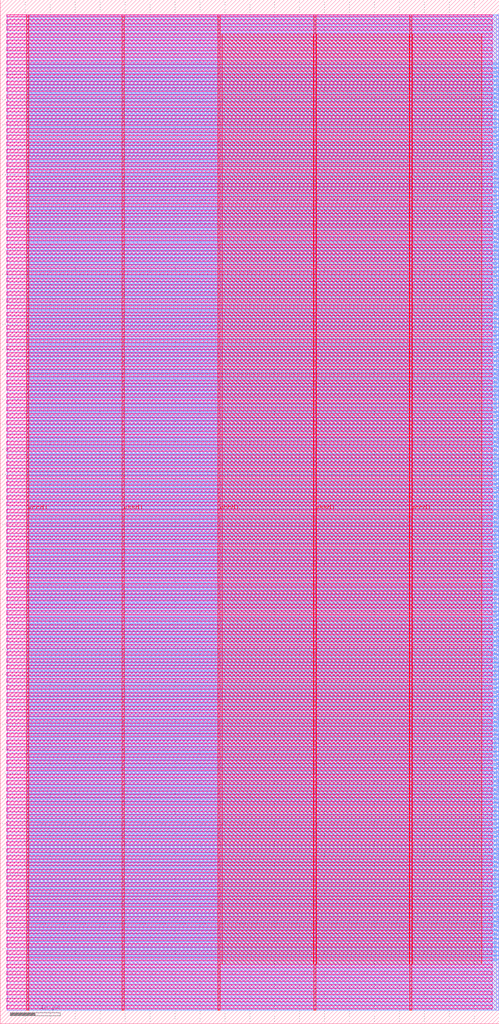
<source format=lef>
VERSION 5.7 ;
  NOWIREEXTENSIONATPIN ON ;
  DIVIDERCHAR "/" ;
  BUSBITCHARS "[]" ;
MACRO core0
  CLASS BLOCK ;
  FOREIGN core0 ;
  ORIGIN 0.000 0.000 ;
  SIZE 400.000 BY 820.000 ;
  PIN dbg_pc[0]
    DIRECTION OUTPUT TRISTATE ;
    USE SIGNAL ;
    PORT
      LAYER met3 ;
        RECT 396.000 112.240 400.000 112.840 ;
    END
  END dbg_pc[0]
  PIN dbg_pc[10]
    DIRECTION OUTPUT TRISTATE ;
    USE SIGNAL ;
    PORT
      LAYER met3 ;
        RECT 396.000 513.440 400.000 514.040 ;
    END
  END dbg_pc[10]
  PIN dbg_pc[11]
    DIRECTION OUTPUT TRISTATE ;
    USE SIGNAL ;
    PORT
      LAYER met3 ;
        RECT 396.000 547.440 400.000 548.040 ;
    END
  END dbg_pc[11]
  PIN dbg_pc[12]
    DIRECTION OUTPUT TRISTATE ;
    USE SIGNAL ;
    PORT
      LAYER met3 ;
        RECT 396.000 581.440 400.000 582.040 ;
    END
  END dbg_pc[12]
  PIN dbg_pc[13]
    DIRECTION OUTPUT TRISTATE ;
    USE SIGNAL ;
    PORT
      LAYER met3 ;
        RECT 396.000 615.440 400.000 616.040 ;
    END
  END dbg_pc[13]
  PIN dbg_pc[14]
    DIRECTION OUTPUT TRISTATE ;
    USE SIGNAL ;
    PORT
      LAYER met3 ;
        RECT 396.000 649.440 400.000 650.040 ;
    END
  END dbg_pc[14]
  PIN dbg_pc[15]
    DIRECTION OUTPUT TRISTATE ;
    USE SIGNAL ;
    PORT
      LAYER met3 ;
        RECT 396.000 683.440 400.000 684.040 ;
    END
  END dbg_pc[15]
  PIN dbg_pc[1]
    DIRECTION OUTPUT TRISTATE ;
    USE SIGNAL ;
    PORT
      LAYER met3 ;
        RECT 396.000 156.440 400.000 157.040 ;
    END
  END dbg_pc[1]
  PIN dbg_pc[2]
    DIRECTION OUTPUT TRISTATE ;
    USE SIGNAL ;
    PORT
      LAYER met3 ;
        RECT 396.000 200.640 400.000 201.240 ;
    END
  END dbg_pc[2]
  PIN dbg_pc[3]
    DIRECTION OUTPUT TRISTATE ;
    USE SIGNAL ;
    PORT
      LAYER met3 ;
        RECT 396.000 241.440 400.000 242.040 ;
    END
  END dbg_pc[3]
  PIN dbg_pc[4]
    DIRECTION OUTPUT TRISTATE ;
    USE SIGNAL ;
    PORT
      LAYER met3 ;
        RECT 396.000 282.240 400.000 282.840 ;
    END
  END dbg_pc[4]
  PIN dbg_pc[5]
    DIRECTION OUTPUT TRISTATE ;
    USE SIGNAL ;
    PORT
      LAYER met3 ;
        RECT 396.000 323.040 400.000 323.640 ;
    END
  END dbg_pc[5]
  PIN dbg_pc[6]
    DIRECTION OUTPUT TRISTATE ;
    USE SIGNAL ;
    PORT
      LAYER met3 ;
        RECT 396.000 363.840 400.000 364.440 ;
    END
  END dbg_pc[6]
  PIN dbg_pc[7]
    DIRECTION OUTPUT TRISTATE ;
    USE SIGNAL ;
    PORT
      LAYER met3 ;
        RECT 396.000 404.640 400.000 405.240 ;
    END
  END dbg_pc[7]
  PIN dbg_pc[8]
    DIRECTION OUTPUT TRISTATE ;
    USE SIGNAL ;
    PORT
      LAYER met3 ;
        RECT 396.000 445.440 400.000 446.040 ;
    END
  END dbg_pc[8]
  PIN dbg_pc[9]
    DIRECTION OUTPUT TRISTATE ;
    USE SIGNAL ;
    PORT
      LAYER met3 ;
        RECT 396.000 479.440 400.000 480.040 ;
    END
  END dbg_pc[9]
  PIN dbg_r0[0]
    DIRECTION OUTPUT TRISTATE ;
    USE SIGNAL ;
    PORT
      LAYER met3 ;
        RECT 396.000 115.640 400.000 116.240 ;
    END
  END dbg_r0[0]
  PIN dbg_r0[10]
    DIRECTION OUTPUT TRISTATE ;
    USE SIGNAL ;
    PORT
      LAYER met3 ;
        RECT 396.000 516.840 400.000 517.440 ;
    END
  END dbg_r0[10]
  PIN dbg_r0[11]
    DIRECTION OUTPUT TRISTATE ;
    USE SIGNAL ;
    PORT
      LAYER met3 ;
        RECT 396.000 550.840 400.000 551.440 ;
    END
  END dbg_r0[11]
  PIN dbg_r0[12]
    DIRECTION OUTPUT TRISTATE ;
    USE SIGNAL ;
    PORT
      LAYER met3 ;
        RECT 396.000 584.840 400.000 585.440 ;
    END
  END dbg_r0[12]
  PIN dbg_r0[13]
    DIRECTION OUTPUT TRISTATE ;
    USE SIGNAL ;
    PORT
      LAYER met3 ;
        RECT 396.000 618.840 400.000 619.440 ;
    END
  END dbg_r0[13]
  PIN dbg_r0[14]
    DIRECTION OUTPUT TRISTATE ;
    USE SIGNAL ;
    PORT
      LAYER met3 ;
        RECT 396.000 652.840 400.000 653.440 ;
    END
  END dbg_r0[14]
  PIN dbg_r0[15]
    DIRECTION OUTPUT TRISTATE ;
    USE SIGNAL ;
    PORT
      LAYER met3 ;
        RECT 396.000 686.840 400.000 687.440 ;
    END
  END dbg_r0[15]
  PIN dbg_r0[1]
    DIRECTION OUTPUT TRISTATE ;
    USE SIGNAL ;
    PORT
      LAYER met3 ;
        RECT 396.000 159.840 400.000 160.440 ;
    END
  END dbg_r0[1]
  PIN dbg_r0[2]
    DIRECTION OUTPUT TRISTATE ;
    USE SIGNAL ;
    PORT
      LAYER met3 ;
        RECT 396.000 204.040 400.000 204.640 ;
    END
  END dbg_r0[2]
  PIN dbg_r0[3]
    DIRECTION OUTPUT TRISTATE ;
    USE SIGNAL ;
    PORT
      LAYER met3 ;
        RECT 396.000 244.840 400.000 245.440 ;
    END
  END dbg_r0[3]
  PIN dbg_r0[4]
    DIRECTION OUTPUT TRISTATE ;
    USE SIGNAL ;
    PORT
      LAYER met3 ;
        RECT 396.000 285.640 400.000 286.240 ;
    END
  END dbg_r0[4]
  PIN dbg_r0[5]
    DIRECTION OUTPUT TRISTATE ;
    USE SIGNAL ;
    PORT
      LAYER met3 ;
        RECT 396.000 326.440 400.000 327.040 ;
    END
  END dbg_r0[5]
  PIN dbg_r0[6]
    DIRECTION OUTPUT TRISTATE ;
    USE SIGNAL ;
    PORT
      LAYER met3 ;
        RECT 396.000 367.240 400.000 367.840 ;
    END
  END dbg_r0[6]
  PIN dbg_r0[7]
    DIRECTION OUTPUT TRISTATE ;
    USE SIGNAL ;
    PORT
      LAYER met3 ;
        RECT 396.000 408.040 400.000 408.640 ;
    END
  END dbg_r0[7]
  PIN dbg_r0[8]
    DIRECTION OUTPUT TRISTATE ;
    USE SIGNAL ;
    PORT
      LAYER met3 ;
        RECT 396.000 448.840 400.000 449.440 ;
    END
  END dbg_r0[8]
  PIN dbg_r0[9]
    DIRECTION OUTPUT TRISTATE ;
    USE SIGNAL ;
    PORT
      LAYER met3 ;
        RECT 396.000 482.840 400.000 483.440 ;
    END
  END dbg_r0[9]
  PIN i_clk
    DIRECTION INPUT ;
    USE SIGNAL ;
    PORT
      LAYER met3 ;
        RECT 396.000 51.040 400.000 51.640 ;
    END
  END i_clk
  PIN i_core_int_sreg[0]
    DIRECTION INPUT ;
    USE SIGNAL ;
    PORT
      LAYER met3 ;
        RECT 396.000 119.040 400.000 119.640 ;
    END
  END i_core_int_sreg[0]
  PIN i_core_int_sreg[10]
    DIRECTION INPUT ;
    USE SIGNAL ;
    PORT
      LAYER met3 ;
        RECT 396.000 520.240 400.000 520.840 ;
    END
  END i_core_int_sreg[10]
  PIN i_core_int_sreg[11]
    DIRECTION INPUT ;
    USE SIGNAL ;
    PORT
      LAYER met3 ;
        RECT 396.000 554.240 400.000 554.840 ;
    END
  END i_core_int_sreg[11]
  PIN i_core_int_sreg[12]
    DIRECTION INPUT ;
    USE SIGNAL ;
    PORT
      LAYER met3 ;
        RECT 396.000 588.240 400.000 588.840 ;
    END
  END i_core_int_sreg[12]
  PIN i_core_int_sreg[13]
    DIRECTION INPUT ;
    USE SIGNAL ;
    PORT
      LAYER met3 ;
        RECT 396.000 622.240 400.000 622.840 ;
    END
  END i_core_int_sreg[13]
  PIN i_core_int_sreg[14]
    DIRECTION INPUT ;
    USE SIGNAL ;
    PORT
      LAYER met3 ;
        RECT 396.000 656.240 400.000 656.840 ;
    END
  END i_core_int_sreg[14]
  PIN i_core_int_sreg[15]
    DIRECTION INPUT ;
    USE SIGNAL ;
    PORT
      LAYER met3 ;
        RECT 396.000 690.240 400.000 690.840 ;
    END
  END i_core_int_sreg[15]
  PIN i_core_int_sreg[1]
    DIRECTION INPUT ;
    USE SIGNAL ;
    PORT
      LAYER met3 ;
        RECT 396.000 163.240 400.000 163.840 ;
    END
  END i_core_int_sreg[1]
  PIN i_core_int_sreg[2]
    DIRECTION INPUT ;
    USE SIGNAL ;
    PORT
      LAYER met3 ;
        RECT 396.000 207.440 400.000 208.040 ;
    END
  END i_core_int_sreg[2]
  PIN i_core_int_sreg[3]
    DIRECTION INPUT ;
    USE SIGNAL ;
    PORT
      LAYER met3 ;
        RECT 396.000 248.240 400.000 248.840 ;
    END
  END i_core_int_sreg[3]
  PIN i_core_int_sreg[4]
    DIRECTION INPUT ;
    USE SIGNAL ;
    PORT
      LAYER met3 ;
        RECT 396.000 289.040 400.000 289.640 ;
    END
  END i_core_int_sreg[4]
  PIN i_core_int_sreg[5]
    DIRECTION INPUT ;
    USE SIGNAL ;
    PORT
      LAYER met3 ;
        RECT 396.000 329.840 400.000 330.440 ;
    END
  END i_core_int_sreg[5]
  PIN i_core_int_sreg[6]
    DIRECTION INPUT ;
    USE SIGNAL ;
    PORT
      LAYER met3 ;
        RECT 396.000 370.640 400.000 371.240 ;
    END
  END i_core_int_sreg[6]
  PIN i_core_int_sreg[7]
    DIRECTION INPUT ;
    USE SIGNAL ;
    PORT
      LAYER met3 ;
        RECT 396.000 411.440 400.000 412.040 ;
    END
  END i_core_int_sreg[7]
  PIN i_core_int_sreg[8]
    DIRECTION INPUT ;
    USE SIGNAL ;
    PORT
      LAYER met3 ;
        RECT 396.000 452.240 400.000 452.840 ;
    END
  END i_core_int_sreg[8]
  PIN i_core_int_sreg[9]
    DIRECTION INPUT ;
    USE SIGNAL ;
    PORT
      LAYER met3 ;
        RECT 396.000 486.240 400.000 486.840 ;
    END
  END i_core_int_sreg[9]
  PIN i_disable
    DIRECTION INPUT ;
    USE SIGNAL ;
    PORT
      LAYER met3 ;
        RECT 396.000 54.440 400.000 55.040 ;
    END
  END i_disable
  PIN i_irq
    DIRECTION INPUT ;
    USE SIGNAL ;
    PORT
      LAYER met3 ;
        RECT 396.000 57.840 400.000 58.440 ;
    END
  END i_irq
  PIN i_mc_core_int
    DIRECTION INPUT ;
    USE SIGNAL ;
    PORT
      LAYER met3 ;
        RECT 396.000 61.240 400.000 61.840 ;
    END
  END i_mc_core_int
  PIN i_mem_ack
    DIRECTION INPUT ;
    USE SIGNAL ;
    PORT
      LAYER met3 ;
        RECT 396.000 64.640 400.000 65.240 ;
    END
  END i_mem_ack
  PIN i_mem_data[0]
    DIRECTION INPUT ;
    USE SIGNAL ;
    PORT
      LAYER met3 ;
        RECT 396.000 122.440 400.000 123.040 ;
    END
  END i_mem_data[0]
  PIN i_mem_data[10]
    DIRECTION INPUT ;
    USE SIGNAL ;
    PORT
      LAYER met3 ;
        RECT 396.000 523.640 400.000 524.240 ;
    END
  END i_mem_data[10]
  PIN i_mem_data[11]
    DIRECTION INPUT ;
    USE SIGNAL ;
    PORT
      LAYER met3 ;
        RECT 396.000 557.640 400.000 558.240 ;
    END
  END i_mem_data[11]
  PIN i_mem_data[12]
    DIRECTION INPUT ;
    USE SIGNAL ;
    PORT
      LAYER met3 ;
        RECT 396.000 591.640 400.000 592.240 ;
    END
  END i_mem_data[12]
  PIN i_mem_data[13]
    DIRECTION INPUT ;
    USE SIGNAL ;
    PORT
      LAYER met3 ;
        RECT 396.000 625.640 400.000 626.240 ;
    END
  END i_mem_data[13]
  PIN i_mem_data[14]
    DIRECTION INPUT ;
    USE SIGNAL ;
    PORT
      LAYER met3 ;
        RECT 396.000 659.640 400.000 660.240 ;
    END
  END i_mem_data[14]
  PIN i_mem_data[15]
    DIRECTION INPUT ;
    USE SIGNAL ;
    PORT
      LAYER met3 ;
        RECT 396.000 693.640 400.000 694.240 ;
    END
  END i_mem_data[15]
  PIN i_mem_data[1]
    DIRECTION INPUT ;
    USE SIGNAL ;
    PORT
      LAYER met3 ;
        RECT 396.000 166.640 400.000 167.240 ;
    END
  END i_mem_data[1]
  PIN i_mem_data[2]
    DIRECTION INPUT ;
    USE SIGNAL ;
    PORT
      LAYER met3 ;
        RECT 396.000 210.840 400.000 211.440 ;
    END
  END i_mem_data[2]
  PIN i_mem_data[3]
    DIRECTION INPUT ;
    USE SIGNAL ;
    PORT
      LAYER met3 ;
        RECT 396.000 251.640 400.000 252.240 ;
    END
  END i_mem_data[3]
  PIN i_mem_data[4]
    DIRECTION INPUT ;
    USE SIGNAL ;
    PORT
      LAYER met3 ;
        RECT 396.000 292.440 400.000 293.040 ;
    END
  END i_mem_data[4]
  PIN i_mem_data[5]
    DIRECTION INPUT ;
    USE SIGNAL ;
    PORT
      LAYER met3 ;
        RECT 396.000 333.240 400.000 333.840 ;
    END
  END i_mem_data[5]
  PIN i_mem_data[6]
    DIRECTION INPUT ;
    USE SIGNAL ;
    PORT
      LAYER met3 ;
        RECT 396.000 374.040 400.000 374.640 ;
    END
  END i_mem_data[6]
  PIN i_mem_data[7]
    DIRECTION INPUT ;
    USE SIGNAL ;
    PORT
      LAYER met3 ;
        RECT 396.000 414.840 400.000 415.440 ;
    END
  END i_mem_data[7]
  PIN i_mem_data[8]
    DIRECTION INPUT ;
    USE SIGNAL ;
    PORT
      LAYER met3 ;
        RECT 396.000 455.640 400.000 456.240 ;
    END
  END i_mem_data[8]
  PIN i_mem_data[9]
    DIRECTION INPUT ;
    USE SIGNAL ;
    PORT
      LAYER met3 ;
        RECT 396.000 489.640 400.000 490.240 ;
    END
  END i_mem_data[9]
  PIN i_mem_exception
    DIRECTION INPUT ;
    USE SIGNAL ;
    PORT
      LAYER met3 ;
        RECT 396.000 68.040 400.000 68.640 ;
    END
  END i_mem_exception
  PIN i_req_data[0]
    DIRECTION INPUT ;
    USE SIGNAL ;
    PORT
      LAYER met3 ;
        RECT 396.000 125.840 400.000 126.440 ;
    END
  END i_req_data[0]
  PIN i_req_data[10]
    DIRECTION INPUT ;
    USE SIGNAL ;
    PORT
      LAYER met3 ;
        RECT 396.000 527.040 400.000 527.640 ;
    END
  END i_req_data[10]
  PIN i_req_data[11]
    DIRECTION INPUT ;
    USE SIGNAL ;
    PORT
      LAYER met3 ;
        RECT 396.000 561.040 400.000 561.640 ;
    END
  END i_req_data[11]
  PIN i_req_data[12]
    DIRECTION INPUT ;
    USE SIGNAL ;
    PORT
      LAYER met3 ;
        RECT 396.000 595.040 400.000 595.640 ;
    END
  END i_req_data[12]
  PIN i_req_data[13]
    DIRECTION INPUT ;
    USE SIGNAL ;
    PORT
      LAYER met3 ;
        RECT 396.000 629.040 400.000 629.640 ;
    END
  END i_req_data[13]
  PIN i_req_data[14]
    DIRECTION INPUT ;
    USE SIGNAL ;
    PORT
      LAYER met3 ;
        RECT 396.000 663.040 400.000 663.640 ;
    END
  END i_req_data[14]
  PIN i_req_data[15]
    DIRECTION INPUT ;
    USE SIGNAL ;
    PORT
      LAYER met3 ;
        RECT 396.000 697.040 400.000 697.640 ;
    END
  END i_req_data[15]
  PIN i_req_data[16]
    DIRECTION INPUT ;
    USE SIGNAL ;
    PORT
      LAYER met3 ;
        RECT 396.000 717.440 400.000 718.040 ;
    END
  END i_req_data[16]
  PIN i_req_data[17]
    DIRECTION INPUT ;
    USE SIGNAL ;
    PORT
      LAYER met3 ;
        RECT 396.000 720.840 400.000 721.440 ;
    END
  END i_req_data[17]
  PIN i_req_data[18]
    DIRECTION INPUT ;
    USE SIGNAL ;
    PORT
      LAYER met3 ;
        RECT 396.000 724.240 400.000 724.840 ;
    END
  END i_req_data[18]
  PIN i_req_data[19]
    DIRECTION INPUT ;
    USE SIGNAL ;
    PORT
      LAYER met3 ;
        RECT 396.000 727.640 400.000 728.240 ;
    END
  END i_req_data[19]
  PIN i_req_data[1]
    DIRECTION INPUT ;
    USE SIGNAL ;
    PORT
      LAYER met3 ;
        RECT 396.000 170.040 400.000 170.640 ;
    END
  END i_req_data[1]
  PIN i_req_data[20]
    DIRECTION INPUT ;
    USE SIGNAL ;
    PORT
      LAYER met3 ;
        RECT 396.000 731.040 400.000 731.640 ;
    END
  END i_req_data[20]
  PIN i_req_data[21]
    DIRECTION INPUT ;
    USE SIGNAL ;
    PORT
      LAYER met3 ;
        RECT 396.000 734.440 400.000 735.040 ;
    END
  END i_req_data[21]
  PIN i_req_data[22]
    DIRECTION INPUT ;
    USE SIGNAL ;
    PORT
      LAYER met3 ;
        RECT 396.000 737.840 400.000 738.440 ;
    END
  END i_req_data[22]
  PIN i_req_data[23]
    DIRECTION INPUT ;
    USE SIGNAL ;
    PORT
      LAYER met3 ;
        RECT 396.000 741.240 400.000 741.840 ;
    END
  END i_req_data[23]
  PIN i_req_data[24]
    DIRECTION INPUT ;
    USE SIGNAL ;
    PORT
      LAYER met3 ;
        RECT 396.000 744.640 400.000 745.240 ;
    END
  END i_req_data[24]
  PIN i_req_data[25]
    DIRECTION INPUT ;
    USE SIGNAL ;
    PORT
      LAYER met3 ;
        RECT 396.000 748.040 400.000 748.640 ;
    END
  END i_req_data[25]
  PIN i_req_data[26]
    DIRECTION INPUT ;
    USE SIGNAL ;
    PORT
      LAYER met3 ;
        RECT 396.000 751.440 400.000 752.040 ;
    END
  END i_req_data[26]
  PIN i_req_data[27]
    DIRECTION INPUT ;
    USE SIGNAL ;
    PORT
      LAYER met3 ;
        RECT 396.000 754.840 400.000 755.440 ;
    END
  END i_req_data[27]
  PIN i_req_data[28]
    DIRECTION INPUT ;
    USE SIGNAL ;
    PORT
      LAYER met3 ;
        RECT 396.000 758.240 400.000 758.840 ;
    END
  END i_req_data[28]
  PIN i_req_data[29]
    DIRECTION INPUT ;
    USE SIGNAL ;
    PORT
      LAYER met3 ;
        RECT 396.000 761.640 400.000 762.240 ;
    END
  END i_req_data[29]
  PIN i_req_data[2]
    DIRECTION INPUT ;
    USE SIGNAL ;
    PORT
      LAYER met3 ;
        RECT 396.000 214.240 400.000 214.840 ;
    END
  END i_req_data[2]
  PIN i_req_data[30]
    DIRECTION INPUT ;
    USE SIGNAL ;
    PORT
      LAYER met3 ;
        RECT 396.000 765.040 400.000 765.640 ;
    END
  END i_req_data[30]
  PIN i_req_data[31]
    DIRECTION INPUT ;
    USE SIGNAL ;
    PORT
      LAYER met3 ;
        RECT 396.000 768.440 400.000 769.040 ;
    END
  END i_req_data[31]
  PIN i_req_data[3]
    DIRECTION INPUT ;
    USE SIGNAL ;
    PORT
      LAYER met3 ;
        RECT 396.000 255.040 400.000 255.640 ;
    END
  END i_req_data[3]
  PIN i_req_data[4]
    DIRECTION INPUT ;
    USE SIGNAL ;
    PORT
      LAYER met3 ;
        RECT 396.000 295.840 400.000 296.440 ;
    END
  END i_req_data[4]
  PIN i_req_data[5]
    DIRECTION INPUT ;
    USE SIGNAL ;
    PORT
      LAYER met3 ;
        RECT 396.000 336.640 400.000 337.240 ;
    END
  END i_req_data[5]
  PIN i_req_data[6]
    DIRECTION INPUT ;
    USE SIGNAL ;
    PORT
      LAYER met3 ;
        RECT 396.000 377.440 400.000 378.040 ;
    END
  END i_req_data[6]
  PIN i_req_data[7]
    DIRECTION INPUT ;
    USE SIGNAL ;
    PORT
      LAYER met3 ;
        RECT 396.000 418.240 400.000 418.840 ;
    END
  END i_req_data[7]
  PIN i_req_data[8]
    DIRECTION INPUT ;
    USE SIGNAL ;
    PORT
      LAYER met3 ;
        RECT 396.000 459.040 400.000 459.640 ;
    END
  END i_req_data[8]
  PIN i_req_data[9]
    DIRECTION INPUT ;
    USE SIGNAL ;
    PORT
      LAYER met3 ;
        RECT 396.000 493.040 400.000 493.640 ;
    END
  END i_req_data[9]
  PIN i_req_data_valid
    DIRECTION INPUT ;
    USE SIGNAL ;
    PORT
      LAYER met3 ;
        RECT 396.000 71.440 400.000 72.040 ;
    END
  END i_req_data_valid
  PIN i_rst
    DIRECTION INPUT ;
    USE SIGNAL ;
    PORT
      LAYER met3 ;
        RECT 396.000 74.840 400.000 75.440 ;
    END
  END i_rst
  PIN o_c_data_page
    DIRECTION OUTPUT TRISTATE ;
    USE SIGNAL ;
    PORT
      LAYER met3 ;
        RECT 396.000 78.240 400.000 78.840 ;
    END
  END o_c_data_page
  PIN o_c_instr_long
    DIRECTION OUTPUT TRISTATE ;
    USE SIGNAL ;
    PORT
      LAYER met3 ;
        RECT 396.000 81.640 400.000 82.240 ;
    END
  END o_c_instr_long
  PIN o_c_instr_page
    DIRECTION OUTPUT TRISTATE ;
    USE SIGNAL ;
    PORT
      LAYER met3 ;
        RECT 396.000 85.040 400.000 85.640 ;
    END
  END o_c_instr_page
  PIN o_icache_flush
    DIRECTION OUTPUT TRISTATE ;
    USE SIGNAL ;
    PORT
      LAYER met3 ;
        RECT 396.000 88.440 400.000 89.040 ;
    END
  END o_icache_flush
  PIN o_instr_long_addr[0]
    DIRECTION OUTPUT TRISTATE ;
    USE SIGNAL ;
    PORT
      LAYER met3 ;
        RECT 396.000 129.240 400.000 129.840 ;
    END
  END o_instr_long_addr[0]
  PIN o_instr_long_addr[1]
    DIRECTION OUTPUT TRISTATE ;
    USE SIGNAL ;
    PORT
      LAYER met3 ;
        RECT 396.000 173.440 400.000 174.040 ;
    END
  END o_instr_long_addr[1]
  PIN o_instr_long_addr[2]
    DIRECTION OUTPUT TRISTATE ;
    USE SIGNAL ;
    PORT
      LAYER met3 ;
        RECT 396.000 217.640 400.000 218.240 ;
    END
  END o_instr_long_addr[2]
  PIN o_instr_long_addr[3]
    DIRECTION OUTPUT TRISTATE ;
    USE SIGNAL ;
    PORT
      LAYER met3 ;
        RECT 396.000 258.440 400.000 259.040 ;
    END
  END o_instr_long_addr[3]
  PIN o_instr_long_addr[4]
    DIRECTION OUTPUT TRISTATE ;
    USE SIGNAL ;
    PORT
      LAYER met3 ;
        RECT 396.000 299.240 400.000 299.840 ;
    END
  END o_instr_long_addr[4]
  PIN o_instr_long_addr[5]
    DIRECTION OUTPUT TRISTATE ;
    USE SIGNAL ;
    PORT
      LAYER met3 ;
        RECT 396.000 340.040 400.000 340.640 ;
    END
  END o_instr_long_addr[5]
  PIN o_instr_long_addr[6]
    DIRECTION OUTPUT TRISTATE ;
    USE SIGNAL ;
    PORT
      LAYER met3 ;
        RECT 396.000 380.840 400.000 381.440 ;
    END
  END o_instr_long_addr[6]
  PIN o_instr_long_addr[7]
    DIRECTION OUTPUT TRISTATE ;
    USE SIGNAL ;
    PORT
      LAYER met3 ;
        RECT 396.000 421.640 400.000 422.240 ;
    END
  END o_instr_long_addr[7]
  PIN o_mem_addr[0]
    DIRECTION OUTPUT TRISTATE ;
    USE SIGNAL ;
    PORT
      LAYER met3 ;
        RECT 396.000 132.640 400.000 133.240 ;
    END
  END o_mem_addr[0]
  PIN o_mem_addr[10]
    DIRECTION OUTPUT TRISTATE ;
    USE SIGNAL ;
    PORT
      LAYER met3 ;
        RECT 396.000 530.440 400.000 531.040 ;
    END
  END o_mem_addr[10]
  PIN o_mem_addr[11]
    DIRECTION OUTPUT TRISTATE ;
    USE SIGNAL ;
    PORT
      LAYER met3 ;
        RECT 396.000 564.440 400.000 565.040 ;
    END
  END o_mem_addr[11]
  PIN o_mem_addr[12]
    DIRECTION OUTPUT TRISTATE ;
    USE SIGNAL ;
    PORT
      LAYER met3 ;
        RECT 396.000 598.440 400.000 599.040 ;
    END
  END o_mem_addr[12]
  PIN o_mem_addr[13]
    DIRECTION OUTPUT TRISTATE ;
    USE SIGNAL ;
    PORT
      LAYER met3 ;
        RECT 396.000 632.440 400.000 633.040 ;
    END
  END o_mem_addr[13]
  PIN o_mem_addr[14]
    DIRECTION OUTPUT TRISTATE ;
    USE SIGNAL ;
    PORT
      LAYER met3 ;
        RECT 396.000 666.440 400.000 667.040 ;
    END
  END o_mem_addr[14]
  PIN o_mem_addr[15]
    DIRECTION OUTPUT TRISTATE ;
    USE SIGNAL ;
    PORT
      LAYER met3 ;
        RECT 396.000 700.440 400.000 701.040 ;
    END
  END o_mem_addr[15]
  PIN o_mem_addr[1]
    DIRECTION OUTPUT TRISTATE ;
    USE SIGNAL ;
    PORT
      LAYER met3 ;
        RECT 396.000 176.840 400.000 177.440 ;
    END
  END o_mem_addr[1]
  PIN o_mem_addr[2]
    DIRECTION OUTPUT TRISTATE ;
    USE SIGNAL ;
    PORT
      LAYER met3 ;
        RECT 396.000 221.040 400.000 221.640 ;
    END
  END o_mem_addr[2]
  PIN o_mem_addr[3]
    DIRECTION OUTPUT TRISTATE ;
    USE SIGNAL ;
    PORT
      LAYER met3 ;
        RECT 396.000 261.840 400.000 262.440 ;
    END
  END o_mem_addr[3]
  PIN o_mem_addr[4]
    DIRECTION OUTPUT TRISTATE ;
    USE SIGNAL ;
    PORT
      LAYER met3 ;
        RECT 396.000 302.640 400.000 303.240 ;
    END
  END o_mem_addr[4]
  PIN o_mem_addr[5]
    DIRECTION OUTPUT TRISTATE ;
    USE SIGNAL ;
    PORT
      LAYER met3 ;
        RECT 396.000 343.440 400.000 344.040 ;
    END
  END o_mem_addr[5]
  PIN o_mem_addr[6]
    DIRECTION OUTPUT TRISTATE ;
    USE SIGNAL ;
    PORT
      LAYER met3 ;
        RECT 396.000 384.240 400.000 384.840 ;
    END
  END o_mem_addr[6]
  PIN o_mem_addr[7]
    DIRECTION OUTPUT TRISTATE ;
    USE SIGNAL ;
    PORT
      LAYER met3 ;
        RECT 396.000 425.040 400.000 425.640 ;
    END
  END o_mem_addr[7]
  PIN o_mem_addr[8]
    DIRECTION OUTPUT TRISTATE ;
    USE SIGNAL ;
    PORT
      LAYER met3 ;
        RECT 396.000 462.440 400.000 463.040 ;
    END
  END o_mem_addr[8]
  PIN o_mem_addr[9]
    DIRECTION OUTPUT TRISTATE ;
    USE SIGNAL ;
    PORT
      LAYER met3 ;
        RECT 396.000 496.440 400.000 497.040 ;
    END
  END o_mem_addr[9]
  PIN o_mem_addr_high[0]
    DIRECTION OUTPUT TRISTATE ;
    USE SIGNAL ;
    PORT
      LAYER met3 ;
        RECT 396.000 136.040 400.000 136.640 ;
    END
  END o_mem_addr_high[0]
  PIN o_mem_addr_high[1]
    DIRECTION OUTPUT TRISTATE ;
    USE SIGNAL ;
    PORT
      LAYER met3 ;
        RECT 396.000 180.240 400.000 180.840 ;
    END
  END o_mem_addr_high[1]
  PIN o_mem_addr_high[2]
    DIRECTION OUTPUT TRISTATE ;
    USE SIGNAL ;
    PORT
      LAYER met3 ;
        RECT 396.000 224.440 400.000 225.040 ;
    END
  END o_mem_addr_high[2]
  PIN o_mem_addr_high[3]
    DIRECTION OUTPUT TRISTATE ;
    USE SIGNAL ;
    PORT
      LAYER met3 ;
        RECT 396.000 265.240 400.000 265.840 ;
    END
  END o_mem_addr_high[3]
  PIN o_mem_addr_high[4]
    DIRECTION OUTPUT TRISTATE ;
    USE SIGNAL ;
    PORT
      LAYER met3 ;
        RECT 396.000 306.040 400.000 306.640 ;
    END
  END o_mem_addr_high[4]
  PIN o_mem_addr_high[5]
    DIRECTION OUTPUT TRISTATE ;
    USE SIGNAL ;
    PORT
      LAYER met3 ;
        RECT 396.000 346.840 400.000 347.440 ;
    END
  END o_mem_addr_high[5]
  PIN o_mem_addr_high[6]
    DIRECTION OUTPUT TRISTATE ;
    USE SIGNAL ;
    PORT
      LAYER met3 ;
        RECT 396.000 387.640 400.000 388.240 ;
    END
  END o_mem_addr_high[6]
  PIN o_mem_addr_high[7]
    DIRECTION OUTPUT TRISTATE ;
    USE SIGNAL ;
    PORT
      LAYER met3 ;
        RECT 396.000 428.440 400.000 429.040 ;
    END
  END o_mem_addr_high[7]
  PIN o_mem_data[0]
    DIRECTION OUTPUT TRISTATE ;
    USE SIGNAL ;
    PORT
      LAYER met3 ;
        RECT 396.000 139.440 400.000 140.040 ;
    END
  END o_mem_data[0]
  PIN o_mem_data[10]
    DIRECTION OUTPUT TRISTATE ;
    USE SIGNAL ;
    PORT
      LAYER met3 ;
        RECT 396.000 533.840 400.000 534.440 ;
    END
  END o_mem_data[10]
  PIN o_mem_data[11]
    DIRECTION OUTPUT TRISTATE ;
    USE SIGNAL ;
    PORT
      LAYER met3 ;
        RECT 396.000 567.840 400.000 568.440 ;
    END
  END o_mem_data[11]
  PIN o_mem_data[12]
    DIRECTION OUTPUT TRISTATE ;
    USE SIGNAL ;
    PORT
      LAYER met3 ;
        RECT 396.000 601.840 400.000 602.440 ;
    END
  END o_mem_data[12]
  PIN o_mem_data[13]
    DIRECTION OUTPUT TRISTATE ;
    USE SIGNAL ;
    PORT
      LAYER met3 ;
        RECT 396.000 635.840 400.000 636.440 ;
    END
  END o_mem_data[13]
  PIN o_mem_data[14]
    DIRECTION OUTPUT TRISTATE ;
    USE SIGNAL ;
    PORT
      LAYER met3 ;
        RECT 396.000 669.840 400.000 670.440 ;
    END
  END o_mem_data[14]
  PIN o_mem_data[15]
    DIRECTION OUTPUT TRISTATE ;
    USE SIGNAL ;
    PORT
      LAYER met3 ;
        RECT 396.000 703.840 400.000 704.440 ;
    END
  END o_mem_data[15]
  PIN o_mem_data[1]
    DIRECTION OUTPUT TRISTATE ;
    USE SIGNAL ;
    PORT
      LAYER met3 ;
        RECT 396.000 183.640 400.000 184.240 ;
    END
  END o_mem_data[1]
  PIN o_mem_data[2]
    DIRECTION OUTPUT TRISTATE ;
    USE SIGNAL ;
    PORT
      LAYER met3 ;
        RECT 396.000 227.840 400.000 228.440 ;
    END
  END o_mem_data[2]
  PIN o_mem_data[3]
    DIRECTION OUTPUT TRISTATE ;
    USE SIGNAL ;
    PORT
      LAYER met3 ;
        RECT 396.000 268.640 400.000 269.240 ;
    END
  END o_mem_data[3]
  PIN o_mem_data[4]
    DIRECTION OUTPUT TRISTATE ;
    USE SIGNAL ;
    PORT
      LAYER met3 ;
        RECT 396.000 309.440 400.000 310.040 ;
    END
  END o_mem_data[4]
  PIN o_mem_data[5]
    DIRECTION OUTPUT TRISTATE ;
    USE SIGNAL ;
    PORT
      LAYER met3 ;
        RECT 396.000 350.240 400.000 350.840 ;
    END
  END o_mem_data[5]
  PIN o_mem_data[6]
    DIRECTION OUTPUT TRISTATE ;
    USE SIGNAL ;
    PORT
      LAYER met3 ;
        RECT 396.000 391.040 400.000 391.640 ;
    END
  END o_mem_data[6]
  PIN o_mem_data[7]
    DIRECTION OUTPUT TRISTATE ;
    USE SIGNAL ;
    PORT
      LAYER met3 ;
        RECT 396.000 431.840 400.000 432.440 ;
    END
  END o_mem_data[7]
  PIN o_mem_data[8]
    DIRECTION OUTPUT TRISTATE ;
    USE SIGNAL ;
    PORT
      LAYER met3 ;
        RECT 396.000 465.840 400.000 466.440 ;
    END
  END o_mem_data[8]
  PIN o_mem_data[9]
    DIRECTION OUTPUT TRISTATE ;
    USE SIGNAL ;
    PORT
      LAYER met3 ;
        RECT 396.000 499.840 400.000 500.440 ;
    END
  END o_mem_data[9]
  PIN o_mem_long
    DIRECTION OUTPUT TRISTATE ;
    USE SIGNAL ;
    PORT
      LAYER met3 ;
        RECT 396.000 91.840 400.000 92.440 ;
    END
  END o_mem_long
  PIN o_mem_req
    DIRECTION OUTPUT TRISTATE ;
    USE SIGNAL ;
    PORT
      LAYER met3 ;
        RECT 396.000 95.240 400.000 95.840 ;
    END
  END o_mem_req
  PIN o_mem_sel[0]
    DIRECTION OUTPUT TRISTATE ;
    USE SIGNAL ;
    PORT
      LAYER met3 ;
        RECT 396.000 142.840 400.000 143.440 ;
    END
  END o_mem_sel[0]
  PIN o_mem_sel[1]
    DIRECTION OUTPUT TRISTATE ;
    USE SIGNAL ;
    PORT
      LAYER met3 ;
        RECT 396.000 187.040 400.000 187.640 ;
    END
  END o_mem_sel[1]
  PIN o_mem_we
    DIRECTION OUTPUT TRISTATE ;
    USE SIGNAL ;
    PORT
      LAYER met3 ;
        RECT 396.000 98.640 400.000 99.240 ;
    END
  END o_mem_we
  PIN o_req_active
    DIRECTION OUTPUT TRISTATE ;
    USE SIGNAL ;
    PORT
      LAYER met3 ;
        RECT 396.000 102.040 400.000 102.640 ;
    END
  END o_req_active
  PIN o_req_addr[0]
    DIRECTION OUTPUT TRISTATE ;
    USE SIGNAL ;
    PORT
      LAYER met3 ;
        RECT 396.000 146.240 400.000 146.840 ;
    END
  END o_req_addr[0]
  PIN o_req_addr[10]
    DIRECTION OUTPUT TRISTATE ;
    USE SIGNAL ;
    PORT
      LAYER met3 ;
        RECT 396.000 537.240 400.000 537.840 ;
    END
  END o_req_addr[10]
  PIN o_req_addr[11]
    DIRECTION OUTPUT TRISTATE ;
    USE SIGNAL ;
    PORT
      LAYER met3 ;
        RECT 396.000 571.240 400.000 571.840 ;
    END
  END o_req_addr[11]
  PIN o_req_addr[12]
    DIRECTION OUTPUT TRISTATE ;
    USE SIGNAL ;
    PORT
      LAYER met3 ;
        RECT 396.000 605.240 400.000 605.840 ;
    END
  END o_req_addr[12]
  PIN o_req_addr[13]
    DIRECTION OUTPUT TRISTATE ;
    USE SIGNAL ;
    PORT
      LAYER met3 ;
        RECT 396.000 639.240 400.000 639.840 ;
    END
  END o_req_addr[13]
  PIN o_req_addr[14]
    DIRECTION OUTPUT TRISTATE ;
    USE SIGNAL ;
    PORT
      LAYER met3 ;
        RECT 396.000 673.240 400.000 673.840 ;
    END
  END o_req_addr[14]
  PIN o_req_addr[15]
    DIRECTION OUTPUT TRISTATE ;
    USE SIGNAL ;
    PORT
      LAYER met3 ;
        RECT 396.000 707.240 400.000 707.840 ;
    END
  END o_req_addr[15]
  PIN o_req_addr[1]
    DIRECTION OUTPUT TRISTATE ;
    USE SIGNAL ;
    PORT
      LAYER met3 ;
        RECT 396.000 190.440 400.000 191.040 ;
    END
  END o_req_addr[1]
  PIN o_req_addr[2]
    DIRECTION OUTPUT TRISTATE ;
    USE SIGNAL ;
    PORT
      LAYER met3 ;
        RECT 396.000 231.240 400.000 231.840 ;
    END
  END o_req_addr[2]
  PIN o_req_addr[3]
    DIRECTION OUTPUT TRISTATE ;
    USE SIGNAL ;
    PORT
      LAYER met3 ;
        RECT 396.000 272.040 400.000 272.640 ;
    END
  END o_req_addr[3]
  PIN o_req_addr[4]
    DIRECTION OUTPUT TRISTATE ;
    USE SIGNAL ;
    PORT
      LAYER met3 ;
        RECT 396.000 312.840 400.000 313.440 ;
    END
  END o_req_addr[4]
  PIN o_req_addr[5]
    DIRECTION OUTPUT TRISTATE ;
    USE SIGNAL ;
    PORT
      LAYER met3 ;
        RECT 396.000 353.640 400.000 354.240 ;
    END
  END o_req_addr[5]
  PIN o_req_addr[6]
    DIRECTION OUTPUT TRISTATE ;
    USE SIGNAL ;
    PORT
      LAYER met3 ;
        RECT 396.000 394.440 400.000 395.040 ;
    END
  END o_req_addr[6]
  PIN o_req_addr[7]
    DIRECTION OUTPUT TRISTATE ;
    USE SIGNAL ;
    PORT
      LAYER met3 ;
        RECT 396.000 435.240 400.000 435.840 ;
    END
  END o_req_addr[7]
  PIN o_req_addr[8]
    DIRECTION OUTPUT TRISTATE ;
    USE SIGNAL ;
    PORT
      LAYER met3 ;
        RECT 396.000 469.240 400.000 469.840 ;
    END
  END o_req_addr[8]
  PIN o_req_addr[9]
    DIRECTION OUTPUT TRISTATE ;
    USE SIGNAL ;
    PORT
      LAYER met3 ;
        RECT 396.000 503.240 400.000 503.840 ;
    END
  END o_req_addr[9]
  PIN o_req_ppl_submit
    DIRECTION OUTPUT TRISTATE ;
    USE SIGNAL ;
    PORT
      LAYER met3 ;
        RECT 396.000 105.440 400.000 106.040 ;
    END
  END o_req_ppl_submit
  PIN sr_bus_addr[0]
    DIRECTION OUTPUT TRISTATE ;
    USE SIGNAL ;
    PORT
      LAYER met3 ;
        RECT 396.000 149.640 400.000 150.240 ;
    END
  END sr_bus_addr[0]
  PIN sr_bus_addr[10]
    DIRECTION OUTPUT TRISTATE ;
    USE SIGNAL ;
    PORT
      LAYER met3 ;
        RECT 396.000 540.640 400.000 541.240 ;
    END
  END sr_bus_addr[10]
  PIN sr_bus_addr[11]
    DIRECTION OUTPUT TRISTATE ;
    USE SIGNAL ;
    PORT
      LAYER met3 ;
        RECT 396.000 574.640 400.000 575.240 ;
    END
  END sr_bus_addr[11]
  PIN sr_bus_addr[12]
    DIRECTION OUTPUT TRISTATE ;
    USE SIGNAL ;
    PORT
      LAYER met3 ;
        RECT 396.000 608.640 400.000 609.240 ;
    END
  END sr_bus_addr[12]
  PIN sr_bus_addr[13]
    DIRECTION OUTPUT TRISTATE ;
    USE SIGNAL ;
    PORT
      LAYER met3 ;
        RECT 396.000 642.640 400.000 643.240 ;
    END
  END sr_bus_addr[13]
  PIN sr_bus_addr[14]
    DIRECTION OUTPUT TRISTATE ;
    USE SIGNAL ;
    PORT
      LAYER met3 ;
        RECT 396.000 676.640 400.000 677.240 ;
    END
  END sr_bus_addr[14]
  PIN sr_bus_addr[15]
    DIRECTION OUTPUT TRISTATE ;
    USE SIGNAL ;
    PORT
      LAYER met3 ;
        RECT 396.000 710.640 400.000 711.240 ;
    END
  END sr_bus_addr[15]
  PIN sr_bus_addr[1]
    DIRECTION OUTPUT TRISTATE ;
    USE SIGNAL ;
    PORT
      LAYER met3 ;
        RECT 396.000 193.840 400.000 194.440 ;
    END
  END sr_bus_addr[1]
  PIN sr_bus_addr[2]
    DIRECTION OUTPUT TRISTATE ;
    USE SIGNAL ;
    PORT
      LAYER met3 ;
        RECT 396.000 234.640 400.000 235.240 ;
    END
  END sr_bus_addr[2]
  PIN sr_bus_addr[3]
    DIRECTION OUTPUT TRISTATE ;
    USE SIGNAL ;
    PORT
      LAYER met3 ;
        RECT 396.000 275.440 400.000 276.040 ;
    END
  END sr_bus_addr[3]
  PIN sr_bus_addr[4]
    DIRECTION OUTPUT TRISTATE ;
    USE SIGNAL ;
    PORT
      LAYER met3 ;
        RECT 396.000 316.240 400.000 316.840 ;
    END
  END sr_bus_addr[4]
  PIN sr_bus_addr[5]
    DIRECTION OUTPUT TRISTATE ;
    USE SIGNAL ;
    PORT
      LAYER met3 ;
        RECT 396.000 357.040 400.000 357.640 ;
    END
  END sr_bus_addr[5]
  PIN sr_bus_addr[6]
    DIRECTION OUTPUT TRISTATE ;
    USE SIGNAL ;
    PORT
      LAYER met3 ;
        RECT 396.000 397.840 400.000 398.440 ;
    END
  END sr_bus_addr[6]
  PIN sr_bus_addr[7]
    DIRECTION OUTPUT TRISTATE ;
    USE SIGNAL ;
    PORT
      LAYER met3 ;
        RECT 396.000 438.640 400.000 439.240 ;
    END
  END sr_bus_addr[7]
  PIN sr_bus_addr[8]
    DIRECTION OUTPUT TRISTATE ;
    USE SIGNAL ;
    PORT
      LAYER met3 ;
        RECT 396.000 472.640 400.000 473.240 ;
    END
  END sr_bus_addr[8]
  PIN sr_bus_addr[9]
    DIRECTION OUTPUT TRISTATE ;
    USE SIGNAL ;
    PORT
      LAYER met3 ;
        RECT 396.000 506.640 400.000 507.240 ;
    END
  END sr_bus_addr[9]
  PIN sr_bus_data_o[0]
    DIRECTION OUTPUT TRISTATE ;
    USE SIGNAL ;
    PORT
      LAYER met3 ;
        RECT 396.000 153.040 400.000 153.640 ;
    END
  END sr_bus_data_o[0]
  PIN sr_bus_data_o[10]
    DIRECTION OUTPUT TRISTATE ;
    USE SIGNAL ;
    PORT
      LAYER met3 ;
        RECT 396.000 544.040 400.000 544.640 ;
    END
  END sr_bus_data_o[10]
  PIN sr_bus_data_o[11]
    DIRECTION OUTPUT TRISTATE ;
    USE SIGNAL ;
    PORT
      LAYER met3 ;
        RECT 396.000 578.040 400.000 578.640 ;
    END
  END sr_bus_data_o[11]
  PIN sr_bus_data_o[12]
    DIRECTION OUTPUT TRISTATE ;
    USE SIGNAL ;
    PORT
      LAYER met3 ;
        RECT 396.000 612.040 400.000 612.640 ;
    END
  END sr_bus_data_o[12]
  PIN sr_bus_data_o[13]
    DIRECTION OUTPUT TRISTATE ;
    USE SIGNAL ;
    PORT
      LAYER met3 ;
        RECT 396.000 646.040 400.000 646.640 ;
    END
  END sr_bus_data_o[13]
  PIN sr_bus_data_o[14]
    DIRECTION OUTPUT TRISTATE ;
    USE SIGNAL ;
    PORT
      LAYER met3 ;
        RECT 396.000 680.040 400.000 680.640 ;
    END
  END sr_bus_data_o[14]
  PIN sr_bus_data_o[15]
    DIRECTION OUTPUT TRISTATE ;
    USE SIGNAL ;
    PORT
      LAYER met3 ;
        RECT 396.000 714.040 400.000 714.640 ;
    END
  END sr_bus_data_o[15]
  PIN sr_bus_data_o[1]
    DIRECTION OUTPUT TRISTATE ;
    USE SIGNAL ;
    PORT
      LAYER met3 ;
        RECT 396.000 197.240 400.000 197.840 ;
    END
  END sr_bus_data_o[1]
  PIN sr_bus_data_o[2]
    DIRECTION OUTPUT TRISTATE ;
    USE SIGNAL ;
    PORT
      LAYER met3 ;
        RECT 396.000 238.040 400.000 238.640 ;
    END
  END sr_bus_data_o[2]
  PIN sr_bus_data_o[3]
    DIRECTION OUTPUT TRISTATE ;
    USE SIGNAL ;
    PORT
      LAYER met3 ;
        RECT 396.000 278.840 400.000 279.440 ;
    END
  END sr_bus_data_o[3]
  PIN sr_bus_data_o[4]
    DIRECTION OUTPUT TRISTATE ;
    USE SIGNAL ;
    PORT
      LAYER met3 ;
        RECT 396.000 319.640 400.000 320.240 ;
    END
  END sr_bus_data_o[4]
  PIN sr_bus_data_o[5]
    DIRECTION OUTPUT TRISTATE ;
    USE SIGNAL ;
    PORT
      LAYER met3 ;
        RECT 396.000 360.440 400.000 361.040 ;
    END
  END sr_bus_data_o[5]
  PIN sr_bus_data_o[6]
    DIRECTION OUTPUT TRISTATE ;
    USE SIGNAL ;
    PORT
      LAYER met3 ;
        RECT 396.000 401.240 400.000 401.840 ;
    END
  END sr_bus_data_o[6]
  PIN sr_bus_data_o[7]
    DIRECTION OUTPUT TRISTATE ;
    USE SIGNAL ;
    PORT
      LAYER met3 ;
        RECT 396.000 442.040 400.000 442.640 ;
    END
  END sr_bus_data_o[7]
  PIN sr_bus_data_o[8]
    DIRECTION OUTPUT TRISTATE ;
    USE SIGNAL ;
    PORT
      LAYER met3 ;
        RECT 396.000 476.040 400.000 476.640 ;
    END
  END sr_bus_data_o[8]
  PIN sr_bus_data_o[9]
    DIRECTION OUTPUT TRISTATE ;
    USE SIGNAL ;
    PORT
      LAYER met3 ;
        RECT 396.000 510.040 400.000 510.640 ;
    END
  END sr_bus_data_o[9]
  PIN sr_bus_we
    DIRECTION OUTPUT TRISTATE ;
    USE SIGNAL ;
    PORT
      LAYER met3 ;
        RECT 396.000 108.840 400.000 109.440 ;
    END
  END sr_bus_we
  PIN vccd1
    DIRECTION INOUT ;
    USE POWER ;
    PORT
      LAYER met4 ;
        RECT 21.040 10.640 22.640 808.080 ;
    END
    PORT
      LAYER met4 ;
        RECT 174.640 10.640 176.240 808.080 ;
    END
    PORT
      LAYER met4 ;
        RECT 328.240 10.640 329.840 808.080 ;
    END
  END vccd1
  PIN vssd1
    DIRECTION INOUT ;
    USE GROUND ;
    PORT
      LAYER met4 ;
        RECT 97.840 10.640 99.440 808.080 ;
    END
    PORT
      LAYER met4 ;
        RECT 251.440 10.640 253.040 808.080 ;
    END
  END vssd1
  OBS
      LAYER nwell ;
        RECT 5.330 806.425 394.410 808.030 ;
        RECT 5.330 800.985 394.410 803.815 ;
        RECT 5.330 795.545 394.410 798.375 ;
        RECT 5.330 790.105 394.410 792.935 ;
        RECT 5.330 784.665 394.410 787.495 ;
        RECT 5.330 779.225 394.410 782.055 ;
        RECT 5.330 773.785 394.410 776.615 ;
        RECT 5.330 768.345 394.410 771.175 ;
        RECT 5.330 762.905 394.410 765.735 ;
        RECT 5.330 757.465 394.410 760.295 ;
        RECT 5.330 752.025 394.410 754.855 ;
        RECT 5.330 746.585 394.410 749.415 ;
        RECT 5.330 741.145 394.410 743.975 ;
        RECT 5.330 735.705 394.410 738.535 ;
        RECT 5.330 730.265 394.410 733.095 ;
        RECT 5.330 724.825 394.410 727.655 ;
        RECT 5.330 719.385 394.410 722.215 ;
        RECT 5.330 713.945 394.410 716.775 ;
        RECT 5.330 708.505 394.410 711.335 ;
        RECT 5.330 703.065 394.410 705.895 ;
        RECT 5.330 697.625 394.410 700.455 ;
        RECT 5.330 692.185 394.410 695.015 ;
        RECT 5.330 686.745 394.410 689.575 ;
        RECT 5.330 681.305 394.410 684.135 ;
        RECT 5.330 675.865 394.410 678.695 ;
        RECT 5.330 670.425 394.410 673.255 ;
        RECT 5.330 664.985 394.410 667.815 ;
        RECT 5.330 659.545 394.410 662.375 ;
        RECT 5.330 654.105 394.410 656.935 ;
        RECT 5.330 648.665 394.410 651.495 ;
        RECT 5.330 643.225 394.410 646.055 ;
        RECT 5.330 637.785 394.410 640.615 ;
        RECT 5.330 632.345 394.410 635.175 ;
        RECT 5.330 626.905 394.410 629.735 ;
        RECT 5.330 621.465 394.410 624.295 ;
        RECT 5.330 616.025 394.410 618.855 ;
        RECT 5.330 610.585 394.410 613.415 ;
        RECT 5.330 605.145 394.410 607.975 ;
        RECT 5.330 599.705 394.410 602.535 ;
        RECT 5.330 594.265 394.410 597.095 ;
        RECT 5.330 588.825 394.410 591.655 ;
        RECT 5.330 583.385 394.410 586.215 ;
        RECT 5.330 577.945 394.410 580.775 ;
        RECT 5.330 572.505 394.410 575.335 ;
        RECT 5.330 567.065 394.410 569.895 ;
        RECT 5.330 561.625 394.410 564.455 ;
        RECT 5.330 556.185 394.410 559.015 ;
        RECT 5.330 550.745 394.410 553.575 ;
        RECT 5.330 545.305 394.410 548.135 ;
        RECT 5.330 539.865 394.410 542.695 ;
        RECT 5.330 534.425 394.410 537.255 ;
        RECT 5.330 528.985 394.410 531.815 ;
        RECT 5.330 523.545 394.410 526.375 ;
        RECT 5.330 518.105 394.410 520.935 ;
        RECT 5.330 512.665 394.410 515.495 ;
        RECT 5.330 507.225 394.410 510.055 ;
        RECT 5.330 501.785 394.410 504.615 ;
        RECT 5.330 496.345 394.410 499.175 ;
        RECT 5.330 490.905 394.410 493.735 ;
        RECT 5.330 485.465 394.410 488.295 ;
        RECT 5.330 480.025 394.410 482.855 ;
        RECT 5.330 474.585 394.410 477.415 ;
        RECT 5.330 469.145 394.410 471.975 ;
        RECT 5.330 463.705 394.410 466.535 ;
        RECT 5.330 458.265 394.410 461.095 ;
        RECT 5.330 452.825 394.410 455.655 ;
        RECT 5.330 447.385 394.410 450.215 ;
        RECT 5.330 441.945 394.410 444.775 ;
        RECT 5.330 436.505 394.410 439.335 ;
        RECT 5.330 431.065 394.410 433.895 ;
        RECT 5.330 425.625 394.410 428.455 ;
        RECT 5.330 420.185 394.410 423.015 ;
        RECT 5.330 414.745 394.410 417.575 ;
        RECT 5.330 409.305 394.410 412.135 ;
        RECT 5.330 403.865 394.410 406.695 ;
        RECT 5.330 398.425 394.410 401.255 ;
        RECT 5.330 392.985 394.410 395.815 ;
        RECT 5.330 387.545 394.410 390.375 ;
        RECT 5.330 382.105 394.410 384.935 ;
        RECT 5.330 376.665 394.410 379.495 ;
        RECT 5.330 371.225 394.410 374.055 ;
        RECT 5.330 365.785 394.410 368.615 ;
        RECT 5.330 360.345 394.410 363.175 ;
        RECT 5.330 354.905 394.410 357.735 ;
        RECT 5.330 349.465 394.410 352.295 ;
        RECT 5.330 344.025 394.410 346.855 ;
        RECT 5.330 338.585 394.410 341.415 ;
        RECT 5.330 333.145 394.410 335.975 ;
        RECT 5.330 327.705 394.410 330.535 ;
        RECT 5.330 322.265 394.410 325.095 ;
        RECT 5.330 316.825 394.410 319.655 ;
        RECT 5.330 311.385 394.410 314.215 ;
        RECT 5.330 305.945 394.410 308.775 ;
        RECT 5.330 300.505 394.410 303.335 ;
        RECT 5.330 295.065 394.410 297.895 ;
        RECT 5.330 289.625 394.410 292.455 ;
        RECT 5.330 284.185 394.410 287.015 ;
        RECT 5.330 278.745 394.410 281.575 ;
        RECT 5.330 273.305 394.410 276.135 ;
        RECT 5.330 267.865 394.410 270.695 ;
        RECT 5.330 262.425 394.410 265.255 ;
        RECT 5.330 256.985 394.410 259.815 ;
        RECT 5.330 251.545 394.410 254.375 ;
        RECT 5.330 246.105 394.410 248.935 ;
        RECT 5.330 240.665 394.410 243.495 ;
        RECT 5.330 235.225 394.410 238.055 ;
        RECT 5.330 229.785 394.410 232.615 ;
        RECT 5.330 224.345 394.410 227.175 ;
        RECT 5.330 218.905 394.410 221.735 ;
        RECT 5.330 213.465 394.410 216.295 ;
        RECT 5.330 208.025 394.410 210.855 ;
        RECT 5.330 202.585 394.410 205.415 ;
        RECT 5.330 197.145 394.410 199.975 ;
        RECT 5.330 191.705 394.410 194.535 ;
        RECT 5.330 186.265 394.410 189.095 ;
        RECT 5.330 180.825 394.410 183.655 ;
        RECT 5.330 175.385 394.410 178.215 ;
        RECT 5.330 169.945 394.410 172.775 ;
        RECT 5.330 164.505 394.410 167.335 ;
        RECT 5.330 159.065 394.410 161.895 ;
        RECT 5.330 153.625 394.410 156.455 ;
        RECT 5.330 148.185 394.410 151.015 ;
        RECT 5.330 142.745 394.410 145.575 ;
        RECT 5.330 137.305 394.410 140.135 ;
        RECT 5.330 131.865 394.410 134.695 ;
        RECT 5.330 126.425 394.410 129.255 ;
        RECT 5.330 120.985 394.410 123.815 ;
        RECT 5.330 115.545 394.410 118.375 ;
        RECT 5.330 110.105 394.410 112.935 ;
        RECT 5.330 104.665 394.410 107.495 ;
        RECT 5.330 99.225 394.410 102.055 ;
        RECT 5.330 93.785 394.410 96.615 ;
        RECT 5.330 88.345 394.410 91.175 ;
        RECT 5.330 82.905 394.410 85.735 ;
        RECT 5.330 77.465 394.410 80.295 ;
        RECT 5.330 72.025 394.410 74.855 ;
        RECT 5.330 66.585 394.410 69.415 ;
        RECT 5.330 61.145 394.410 63.975 ;
        RECT 5.330 55.705 394.410 58.535 ;
        RECT 5.330 50.265 394.410 53.095 ;
        RECT 5.330 44.825 394.410 47.655 ;
        RECT 5.330 39.385 394.410 42.215 ;
        RECT 5.330 33.945 394.410 36.775 ;
        RECT 5.330 28.505 394.410 31.335 ;
        RECT 5.330 23.065 394.410 25.895 ;
        RECT 5.330 17.625 394.410 20.455 ;
        RECT 5.330 12.185 394.410 15.015 ;
      LAYER li1 ;
        RECT 5.520 10.795 394.220 807.925 ;
      LAYER met1 ;
        RECT 5.520 10.640 399.670 808.080 ;
      LAYER met2 ;
        RECT 21.070 10.695 399.640 808.025 ;
      LAYER met3 ;
        RECT 21.050 769.440 397.835 808.005 ;
        RECT 21.050 768.040 395.600 769.440 ;
        RECT 21.050 766.040 397.835 768.040 ;
        RECT 21.050 764.640 395.600 766.040 ;
        RECT 21.050 762.640 397.835 764.640 ;
        RECT 21.050 761.240 395.600 762.640 ;
        RECT 21.050 759.240 397.835 761.240 ;
        RECT 21.050 757.840 395.600 759.240 ;
        RECT 21.050 755.840 397.835 757.840 ;
        RECT 21.050 754.440 395.600 755.840 ;
        RECT 21.050 752.440 397.835 754.440 ;
        RECT 21.050 751.040 395.600 752.440 ;
        RECT 21.050 749.040 397.835 751.040 ;
        RECT 21.050 747.640 395.600 749.040 ;
        RECT 21.050 745.640 397.835 747.640 ;
        RECT 21.050 744.240 395.600 745.640 ;
        RECT 21.050 742.240 397.835 744.240 ;
        RECT 21.050 740.840 395.600 742.240 ;
        RECT 21.050 738.840 397.835 740.840 ;
        RECT 21.050 737.440 395.600 738.840 ;
        RECT 21.050 735.440 397.835 737.440 ;
        RECT 21.050 734.040 395.600 735.440 ;
        RECT 21.050 732.040 397.835 734.040 ;
        RECT 21.050 730.640 395.600 732.040 ;
        RECT 21.050 728.640 397.835 730.640 ;
        RECT 21.050 727.240 395.600 728.640 ;
        RECT 21.050 725.240 397.835 727.240 ;
        RECT 21.050 723.840 395.600 725.240 ;
        RECT 21.050 721.840 397.835 723.840 ;
        RECT 21.050 720.440 395.600 721.840 ;
        RECT 21.050 718.440 397.835 720.440 ;
        RECT 21.050 717.040 395.600 718.440 ;
        RECT 21.050 715.040 397.835 717.040 ;
        RECT 21.050 713.640 395.600 715.040 ;
        RECT 21.050 711.640 397.835 713.640 ;
        RECT 21.050 710.240 395.600 711.640 ;
        RECT 21.050 708.240 397.835 710.240 ;
        RECT 21.050 706.840 395.600 708.240 ;
        RECT 21.050 704.840 397.835 706.840 ;
        RECT 21.050 703.440 395.600 704.840 ;
        RECT 21.050 701.440 397.835 703.440 ;
        RECT 21.050 700.040 395.600 701.440 ;
        RECT 21.050 698.040 397.835 700.040 ;
        RECT 21.050 696.640 395.600 698.040 ;
        RECT 21.050 694.640 397.835 696.640 ;
        RECT 21.050 693.240 395.600 694.640 ;
        RECT 21.050 691.240 397.835 693.240 ;
        RECT 21.050 689.840 395.600 691.240 ;
        RECT 21.050 687.840 397.835 689.840 ;
        RECT 21.050 686.440 395.600 687.840 ;
        RECT 21.050 684.440 397.835 686.440 ;
        RECT 21.050 683.040 395.600 684.440 ;
        RECT 21.050 681.040 397.835 683.040 ;
        RECT 21.050 679.640 395.600 681.040 ;
        RECT 21.050 677.640 397.835 679.640 ;
        RECT 21.050 676.240 395.600 677.640 ;
        RECT 21.050 674.240 397.835 676.240 ;
        RECT 21.050 672.840 395.600 674.240 ;
        RECT 21.050 670.840 397.835 672.840 ;
        RECT 21.050 669.440 395.600 670.840 ;
        RECT 21.050 667.440 397.835 669.440 ;
        RECT 21.050 666.040 395.600 667.440 ;
        RECT 21.050 664.040 397.835 666.040 ;
        RECT 21.050 662.640 395.600 664.040 ;
        RECT 21.050 660.640 397.835 662.640 ;
        RECT 21.050 659.240 395.600 660.640 ;
        RECT 21.050 657.240 397.835 659.240 ;
        RECT 21.050 655.840 395.600 657.240 ;
        RECT 21.050 653.840 397.835 655.840 ;
        RECT 21.050 652.440 395.600 653.840 ;
        RECT 21.050 650.440 397.835 652.440 ;
        RECT 21.050 649.040 395.600 650.440 ;
        RECT 21.050 647.040 397.835 649.040 ;
        RECT 21.050 645.640 395.600 647.040 ;
        RECT 21.050 643.640 397.835 645.640 ;
        RECT 21.050 642.240 395.600 643.640 ;
        RECT 21.050 640.240 397.835 642.240 ;
        RECT 21.050 638.840 395.600 640.240 ;
        RECT 21.050 636.840 397.835 638.840 ;
        RECT 21.050 635.440 395.600 636.840 ;
        RECT 21.050 633.440 397.835 635.440 ;
        RECT 21.050 632.040 395.600 633.440 ;
        RECT 21.050 630.040 397.835 632.040 ;
        RECT 21.050 628.640 395.600 630.040 ;
        RECT 21.050 626.640 397.835 628.640 ;
        RECT 21.050 625.240 395.600 626.640 ;
        RECT 21.050 623.240 397.835 625.240 ;
        RECT 21.050 621.840 395.600 623.240 ;
        RECT 21.050 619.840 397.835 621.840 ;
        RECT 21.050 618.440 395.600 619.840 ;
        RECT 21.050 616.440 397.835 618.440 ;
        RECT 21.050 615.040 395.600 616.440 ;
        RECT 21.050 613.040 397.835 615.040 ;
        RECT 21.050 611.640 395.600 613.040 ;
        RECT 21.050 609.640 397.835 611.640 ;
        RECT 21.050 608.240 395.600 609.640 ;
        RECT 21.050 606.240 397.835 608.240 ;
        RECT 21.050 604.840 395.600 606.240 ;
        RECT 21.050 602.840 397.835 604.840 ;
        RECT 21.050 601.440 395.600 602.840 ;
        RECT 21.050 599.440 397.835 601.440 ;
        RECT 21.050 598.040 395.600 599.440 ;
        RECT 21.050 596.040 397.835 598.040 ;
        RECT 21.050 594.640 395.600 596.040 ;
        RECT 21.050 592.640 397.835 594.640 ;
        RECT 21.050 591.240 395.600 592.640 ;
        RECT 21.050 589.240 397.835 591.240 ;
        RECT 21.050 587.840 395.600 589.240 ;
        RECT 21.050 585.840 397.835 587.840 ;
        RECT 21.050 584.440 395.600 585.840 ;
        RECT 21.050 582.440 397.835 584.440 ;
        RECT 21.050 581.040 395.600 582.440 ;
        RECT 21.050 579.040 397.835 581.040 ;
        RECT 21.050 577.640 395.600 579.040 ;
        RECT 21.050 575.640 397.835 577.640 ;
        RECT 21.050 574.240 395.600 575.640 ;
        RECT 21.050 572.240 397.835 574.240 ;
        RECT 21.050 570.840 395.600 572.240 ;
        RECT 21.050 568.840 397.835 570.840 ;
        RECT 21.050 567.440 395.600 568.840 ;
        RECT 21.050 565.440 397.835 567.440 ;
        RECT 21.050 564.040 395.600 565.440 ;
        RECT 21.050 562.040 397.835 564.040 ;
        RECT 21.050 560.640 395.600 562.040 ;
        RECT 21.050 558.640 397.835 560.640 ;
        RECT 21.050 557.240 395.600 558.640 ;
        RECT 21.050 555.240 397.835 557.240 ;
        RECT 21.050 553.840 395.600 555.240 ;
        RECT 21.050 551.840 397.835 553.840 ;
        RECT 21.050 550.440 395.600 551.840 ;
        RECT 21.050 548.440 397.835 550.440 ;
        RECT 21.050 547.040 395.600 548.440 ;
        RECT 21.050 545.040 397.835 547.040 ;
        RECT 21.050 543.640 395.600 545.040 ;
        RECT 21.050 541.640 397.835 543.640 ;
        RECT 21.050 540.240 395.600 541.640 ;
        RECT 21.050 538.240 397.835 540.240 ;
        RECT 21.050 536.840 395.600 538.240 ;
        RECT 21.050 534.840 397.835 536.840 ;
        RECT 21.050 533.440 395.600 534.840 ;
        RECT 21.050 531.440 397.835 533.440 ;
        RECT 21.050 530.040 395.600 531.440 ;
        RECT 21.050 528.040 397.835 530.040 ;
        RECT 21.050 526.640 395.600 528.040 ;
        RECT 21.050 524.640 397.835 526.640 ;
        RECT 21.050 523.240 395.600 524.640 ;
        RECT 21.050 521.240 397.835 523.240 ;
        RECT 21.050 519.840 395.600 521.240 ;
        RECT 21.050 517.840 397.835 519.840 ;
        RECT 21.050 516.440 395.600 517.840 ;
        RECT 21.050 514.440 397.835 516.440 ;
        RECT 21.050 513.040 395.600 514.440 ;
        RECT 21.050 511.040 397.835 513.040 ;
        RECT 21.050 509.640 395.600 511.040 ;
        RECT 21.050 507.640 397.835 509.640 ;
        RECT 21.050 506.240 395.600 507.640 ;
        RECT 21.050 504.240 397.835 506.240 ;
        RECT 21.050 502.840 395.600 504.240 ;
        RECT 21.050 500.840 397.835 502.840 ;
        RECT 21.050 499.440 395.600 500.840 ;
        RECT 21.050 497.440 397.835 499.440 ;
        RECT 21.050 496.040 395.600 497.440 ;
        RECT 21.050 494.040 397.835 496.040 ;
        RECT 21.050 492.640 395.600 494.040 ;
        RECT 21.050 490.640 397.835 492.640 ;
        RECT 21.050 489.240 395.600 490.640 ;
        RECT 21.050 487.240 397.835 489.240 ;
        RECT 21.050 485.840 395.600 487.240 ;
        RECT 21.050 483.840 397.835 485.840 ;
        RECT 21.050 482.440 395.600 483.840 ;
        RECT 21.050 480.440 397.835 482.440 ;
        RECT 21.050 479.040 395.600 480.440 ;
        RECT 21.050 477.040 397.835 479.040 ;
        RECT 21.050 475.640 395.600 477.040 ;
        RECT 21.050 473.640 397.835 475.640 ;
        RECT 21.050 472.240 395.600 473.640 ;
        RECT 21.050 470.240 397.835 472.240 ;
        RECT 21.050 468.840 395.600 470.240 ;
        RECT 21.050 466.840 397.835 468.840 ;
        RECT 21.050 465.440 395.600 466.840 ;
        RECT 21.050 463.440 397.835 465.440 ;
        RECT 21.050 462.040 395.600 463.440 ;
        RECT 21.050 460.040 397.835 462.040 ;
        RECT 21.050 458.640 395.600 460.040 ;
        RECT 21.050 456.640 397.835 458.640 ;
        RECT 21.050 455.240 395.600 456.640 ;
        RECT 21.050 453.240 397.835 455.240 ;
        RECT 21.050 451.840 395.600 453.240 ;
        RECT 21.050 449.840 397.835 451.840 ;
        RECT 21.050 448.440 395.600 449.840 ;
        RECT 21.050 446.440 397.835 448.440 ;
        RECT 21.050 445.040 395.600 446.440 ;
        RECT 21.050 443.040 397.835 445.040 ;
        RECT 21.050 441.640 395.600 443.040 ;
        RECT 21.050 439.640 397.835 441.640 ;
        RECT 21.050 438.240 395.600 439.640 ;
        RECT 21.050 436.240 397.835 438.240 ;
        RECT 21.050 434.840 395.600 436.240 ;
        RECT 21.050 432.840 397.835 434.840 ;
        RECT 21.050 431.440 395.600 432.840 ;
        RECT 21.050 429.440 397.835 431.440 ;
        RECT 21.050 428.040 395.600 429.440 ;
        RECT 21.050 426.040 397.835 428.040 ;
        RECT 21.050 424.640 395.600 426.040 ;
        RECT 21.050 422.640 397.835 424.640 ;
        RECT 21.050 421.240 395.600 422.640 ;
        RECT 21.050 419.240 397.835 421.240 ;
        RECT 21.050 417.840 395.600 419.240 ;
        RECT 21.050 415.840 397.835 417.840 ;
        RECT 21.050 414.440 395.600 415.840 ;
        RECT 21.050 412.440 397.835 414.440 ;
        RECT 21.050 411.040 395.600 412.440 ;
        RECT 21.050 409.040 397.835 411.040 ;
        RECT 21.050 407.640 395.600 409.040 ;
        RECT 21.050 405.640 397.835 407.640 ;
        RECT 21.050 404.240 395.600 405.640 ;
        RECT 21.050 402.240 397.835 404.240 ;
        RECT 21.050 400.840 395.600 402.240 ;
        RECT 21.050 398.840 397.835 400.840 ;
        RECT 21.050 397.440 395.600 398.840 ;
        RECT 21.050 395.440 397.835 397.440 ;
        RECT 21.050 394.040 395.600 395.440 ;
        RECT 21.050 392.040 397.835 394.040 ;
        RECT 21.050 390.640 395.600 392.040 ;
        RECT 21.050 388.640 397.835 390.640 ;
        RECT 21.050 387.240 395.600 388.640 ;
        RECT 21.050 385.240 397.835 387.240 ;
        RECT 21.050 383.840 395.600 385.240 ;
        RECT 21.050 381.840 397.835 383.840 ;
        RECT 21.050 380.440 395.600 381.840 ;
        RECT 21.050 378.440 397.835 380.440 ;
        RECT 21.050 377.040 395.600 378.440 ;
        RECT 21.050 375.040 397.835 377.040 ;
        RECT 21.050 373.640 395.600 375.040 ;
        RECT 21.050 371.640 397.835 373.640 ;
        RECT 21.050 370.240 395.600 371.640 ;
        RECT 21.050 368.240 397.835 370.240 ;
        RECT 21.050 366.840 395.600 368.240 ;
        RECT 21.050 364.840 397.835 366.840 ;
        RECT 21.050 363.440 395.600 364.840 ;
        RECT 21.050 361.440 397.835 363.440 ;
        RECT 21.050 360.040 395.600 361.440 ;
        RECT 21.050 358.040 397.835 360.040 ;
        RECT 21.050 356.640 395.600 358.040 ;
        RECT 21.050 354.640 397.835 356.640 ;
        RECT 21.050 353.240 395.600 354.640 ;
        RECT 21.050 351.240 397.835 353.240 ;
        RECT 21.050 349.840 395.600 351.240 ;
        RECT 21.050 347.840 397.835 349.840 ;
        RECT 21.050 346.440 395.600 347.840 ;
        RECT 21.050 344.440 397.835 346.440 ;
        RECT 21.050 343.040 395.600 344.440 ;
        RECT 21.050 341.040 397.835 343.040 ;
        RECT 21.050 339.640 395.600 341.040 ;
        RECT 21.050 337.640 397.835 339.640 ;
        RECT 21.050 336.240 395.600 337.640 ;
        RECT 21.050 334.240 397.835 336.240 ;
        RECT 21.050 332.840 395.600 334.240 ;
        RECT 21.050 330.840 397.835 332.840 ;
        RECT 21.050 329.440 395.600 330.840 ;
        RECT 21.050 327.440 397.835 329.440 ;
        RECT 21.050 326.040 395.600 327.440 ;
        RECT 21.050 324.040 397.835 326.040 ;
        RECT 21.050 322.640 395.600 324.040 ;
        RECT 21.050 320.640 397.835 322.640 ;
        RECT 21.050 319.240 395.600 320.640 ;
        RECT 21.050 317.240 397.835 319.240 ;
        RECT 21.050 315.840 395.600 317.240 ;
        RECT 21.050 313.840 397.835 315.840 ;
        RECT 21.050 312.440 395.600 313.840 ;
        RECT 21.050 310.440 397.835 312.440 ;
        RECT 21.050 309.040 395.600 310.440 ;
        RECT 21.050 307.040 397.835 309.040 ;
        RECT 21.050 305.640 395.600 307.040 ;
        RECT 21.050 303.640 397.835 305.640 ;
        RECT 21.050 302.240 395.600 303.640 ;
        RECT 21.050 300.240 397.835 302.240 ;
        RECT 21.050 298.840 395.600 300.240 ;
        RECT 21.050 296.840 397.835 298.840 ;
        RECT 21.050 295.440 395.600 296.840 ;
        RECT 21.050 293.440 397.835 295.440 ;
        RECT 21.050 292.040 395.600 293.440 ;
        RECT 21.050 290.040 397.835 292.040 ;
        RECT 21.050 288.640 395.600 290.040 ;
        RECT 21.050 286.640 397.835 288.640 ;
        RECT 21.050 285.240 395.600 286.640 ;
        RECT 21.050 283.240 397.835 285.240 ;
        RECT 21.050 281.840 395.600 283.240 ;
        RECT 21.050 279.840 397.835 281.840 ;
        RECT 21.050 278.440 395.600 279.840 ;
        RECT 21.050 276.440 397.835 278.440 ;
        RECT 21.050 275.040 395.600 276.440 ;
        RECT 21.050 273.040 397.835 275.040 ;
        RECT 21.050 271.640 395.600 273.040 ;
        RECT 21.050 269.640 397.835 271.640 ;
        RECT 21.050 268.240 395.600 269.640 ;
        RECT 21.050 266.240 397.835 268.240 ;
        RECT 21.050 264.840 395.600 266.240 ;
        RECT 21.050 262.840 397.835 264.840 ;
        RECT 21.050 261.440 395.600 262.840 ;
        RECT 21.050 259.440 397.835 261.440 ;
        RECT 21.050 258.040 395.600 259.440 ;
        RECT 21.050 256.040 397.835 258.040 ;
        RECT 21.050 254.640 395.600 256.040 ;
        RECT 21.050 252.640 397.835 254.640 ;
        RECT 21.050 251.240 395.600 252.640 ;
        RECT 21.050 249.240 397.835 251.240 ;
        RECT 21.050 247.840 395.600 249.240 ;
        RECT 21.050 245.840 397.835 247.840 ;
        RECT 21.050 244.440 395.600 245.840 ;
        RECT 21.050 242.440 397.835 244.440 ;
        RECT 21.050 241.040 395.600 242.440 ;
        RECT 21.050 239.040 397.835 241.040 ;
        RECT 21.050 237.640 395.600 239.040 ;
        RECT 21.050 235.640 397.835 237.640 ;
        RECT 21.050 234.240 395.600 235.640 ;
        RECT 21.050 232.240 397.835 234.240 ;
        RECT 21.050 230.840 395.600 232.240 ;
        RECT 21.050 228.840 397.835 230.840 ;
        RECT 21.050 227.440 395.600 228.840 ;
        RECT 21.050 225.440 397.835 227.440 ;
        RECT 21.050 224.040 395.600 225.440 ;
        RECT 21.050 222.040 397.835 224.040 ;
        RECT 21.050 220.640 395.600 222.040 ;
        RECT 21.050 218.640 397.835 220.640 ;
        RECT 21.050 217.240 395.600 218.640 ;
        RECT 21.050 215.240 397.835 217.240 ;
        RECT 21.050 213.840 395.600 215.240 ;
        RECT 21.050 211.840 397.835 213.840 ;
        RECT 21.050 210.440 395.600 211.840 ;
        RECT 21.050 208.440 397.835 210.440 ;
        RECT 21.050 207.040 395.600 208.440 ;
        RECT 21.050 205.040 397.835 207.040 ;
        RECT 21.050 203.640 395.600 205.040 ;
        RECT 21.050 201.640 397.835 203.640 ;
        RECT 21.050 200.240 395.600 201.640 ;
        RECT 21.050 198.240 397.835 200.240 ;
        RECT 21.050 196.840 395.600 198.240 ;
        RECT 21.050 194.840 397.835 196.840 ;
        RECT 21.050 193.440 395.600 194.840 ;
        RECT 21.050 191.440 397.835 193.440 ;
        RECT 21.050 190.040 395.600 191.440 ;
        RECT 21.050 188.040 397.835 190.040 ;
        RECT 21.050 186.640 395.600 188.040 ;
        RECT 21.050 184.640 397.835 186.640 ;
        RECT 21.050 183.240 395.600 184.640 ;
        RECT 21.050 181.240 397.835 183.240 ;
        RECT 21.050 179.840 395.600 181.240 ;
        RECT 21.050 177.840 397.835 179.840 ;
        RECT 21.050 176.440 395.600 177.840 ;
        RECT 21.050 174.440 397.835 176.440 ;
        RECT 21.050 173.040 395.600 174.440 ;
        RECT 21.050 171.040 397.835 173.040 ;
        RECT 21.050 169.640 395.600 171.040 ;
        RECT 21.050 167.640 397.835 169.640 ;
        RECT 21.050 166.240 395.600 167.640 ;
        RECT 21.050 164.240 397.835 166.240 ;
        RECT 21.050 162.840 395.600 164.240 ;
        RECT 21.050 160.840 397.835 162.840 ;
        RECT 21.050 159.440 395.600 160.840 ;
        RECT 21.050 157.440 397.835 159.440 ;
        RECT 21.050 156.040 395.600 157.440 ;
        RECT 21.050 154.040 397.835 156.040 ;
        RECT 21.050 152.640 395.600 154.040 ;
        RECT 21.050 150.640 397.835 152.640 ;
        RECT 21.050 149.240 395.600 150.640 ;
        RECT 21.050 147.240 397.835 149.240 ;
        RECT 21.050 145.840 395.600 147.240 ;
        RECT 21.050 143.840 397.835 145.840 ;
        RECT 21.050 142.440 395.600 143.840 ;
        RECT 21.050 140.440 397.835 142.440 ;
        RECT 21.050 139.040 395.600 140.440 ;
        RECT 21.050 137.040 397.835 139.040 ;
        RECT 21.050 135.640 395.600 137.040 ;
        RECT 21.050 133.640 397.835 135.640 ;
        RECT 21.050 132.240 395.600 133.640 ;
        RECT 21.050 130.240 397.835 132.240 ;
        RECT 21.050 128.840 395.600 130.240 ;
        RECT 21.050 126.840 397.835 128.840 ;
        RECT 21.050 125.440 395.600 126.840 ;
        RECT 21.050 123.440 397.835 125.440 ;
        RECT 21.050 122.040 395.600 123.440 ;
        RECT 21.050 120.040 397.835 122.040 ;
        RECT 21.050 118.640 395.600 120.040 ;
        RECT 21.050 116.640 397.835 118.640 ;
        RECT 21.050 115.240 395.600 116.640 ;
        RECT 21.050 113.240 397.835 115.240 ;
        RECT 21.050 111.840 395.600 113.240 ;
        RECT 21.050 109.840 397.835 111.840 ;
        RECT 21.050 108.440 395.600 109.840 ;
        RECT 21.050 106.440 397.835 108.440 ;
        RECT 21.050 105.040 395.600 106.440 ;
        RECT 21.050 103.040 397.835 105.040 ;
        RECT 21.050 101.640 395.600 103.040 ;
        RECT 21.050 99.640 397.835 101.640 ;
        RECT 21.050 98.240 395.600 99.640 ;
        RECT 21.050 96.240 397.835 98.240 ;
        RECT 21.050 94.840 395.600 96.240 ;
        RECT 21.050 92.840 397.835 94.840 ;
        RECT 21.050 91.440 395.600 92.840 ;
        RECT 21.050 89.440 397.835 91.440 ;
        RECT 21.050 88.040 395.600 89.440 ;
        RECT 21.050 86.040 397.835 88.040 ;
        RECT 21.050 84.640 395.600 86.040 ;
        RECT 21.050 82.640 397.835 84.640 ;
        RECT 21.050 81.240 395.600 82.640 ;
        RECT 21.050 79.240 397.835 81.240 ;
        RECT 21.050 77.840 395.600 79.240 ;
        RECT 21.050 75.840 397.835 77.840 ;
        RECT 21.050 74.440 395.600 75.840 ;
        RECT 21.050 72.440 397.835 74.440 ;
        RECT 21.050 71.040 395.600 72.440 ;
        RECT 21.050 69.040 397.835 71.040 ;
        RECT 21.050 67.640 395.600 69.040 ;
        RECT 21.050 65.640 397.835 67.640 ;
        RECT 21.050 64.240 395.600 65.640 ;
        RECT 21.050 62.240 397.835 64.240 ;
        RECT 21.050 60.840 395.600 62.240 ;
        RECT 21.050 58.840 397.835 60.840 ;
        RECT 21.050 57.440 395.600 58.840 ;
        RECT 21.050 55.440 397.835 57.440 ;
        RECT 21.050 54.040 395.600 55.440 ;
        RECT 21.050 52.040 397.835 54.040 ;
        RECT 21.050 50.640 395.600 52.040 ;
        RECT 21.050 10.715 397.835 50.640 ;
      LAYER met4 ;
        RECT 177.855 47.775 251.040 792.705 ;
        RECT 253.440 47.775 327.840 792.705 ;
        RECT 330.240 47.775 386.105 792.705 ;
  END
END core0
END LIBRARY


</source>
